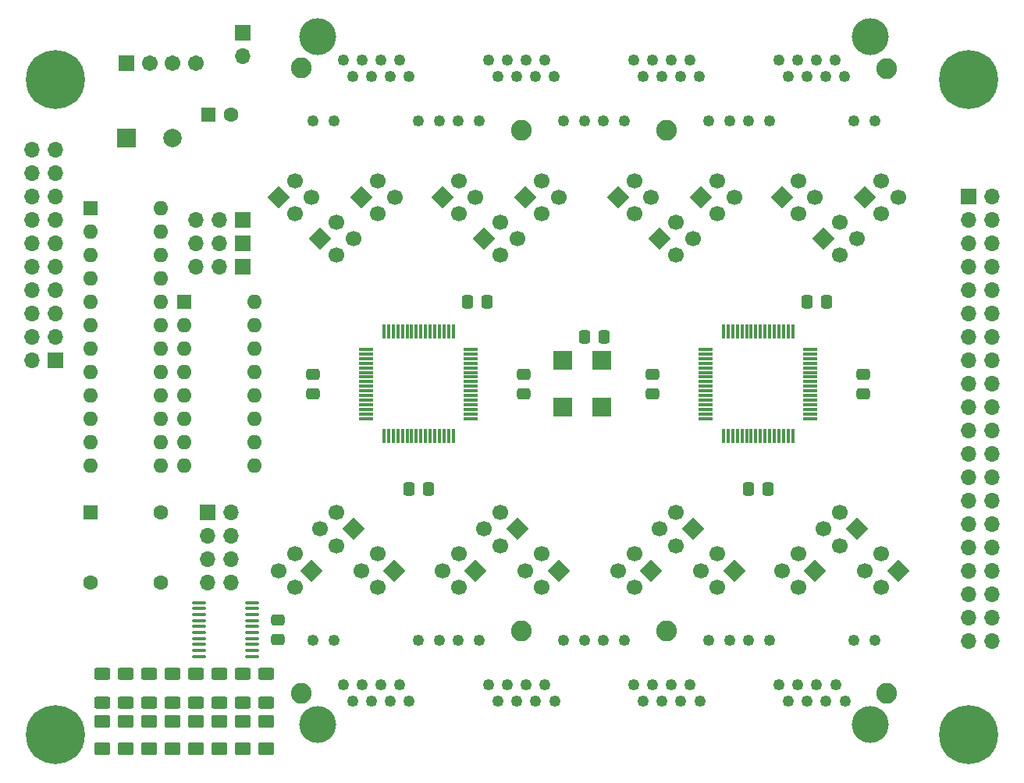
<source format=gts>
G04 #@! TF.GenerationSoftware,KiCad,Pcbnew,8.0.4*
G04 #@! TF.CreationDate,2025-01-12T21:12:32-06:00*
G04 #@! TF.ProjectId,OctoCom,4f63746f-436f-46d2-9e6b-696361645f70,rev?*
G04 #@! TF.SameCoordinates,Original*
G04 #@! TF.FileFunction,Soldermask,Top*
G04 #@! TF.FilePolarity,Negative*
%FSLAX46Y46*%
G04 Gerber Fmt 4.6, Leading zero omitted, Abs format (unit mm)*
G04 Created by KiCad (PCBNEW 8.0.4) date 2025-01-12 21:12:32*
%MOMM*%
%LPD*%
G01*
G04 APERTURE LIST*
G04 Aperture macros list*
%AMRoundRect*
0 Rectangle with rounded corners*
0 $1 Rounding radius*
0 $2 $3 $4 $5 $6 $7 $8 $9 X,Y pos of 4 corners*
0 Add a 4 corners polygon primitive as box body*
4,1,4,$2,$3,$4,$5,$6,$7,$8,$9,$2,$3,0*
0 Add four circle primitives for the rounded corners*
1,1,$1+$1,$2,$3*
1,1,$1+$1,$4,$5*
1,1,$1+$1,$6,$7*
1,1,$1+$1,$8,$9*
0 Add four rect primitives between the rounded corners*
20,1,$1+$1,$2,$3,$4,$5,0*
20,1,$1+$1,$4,$5,$6,$7,0*
20,1,$1+$1,$6,$7,$8,$9,0*
20,1,$1+$1,$8,$9,$2,$3,0*%
%AMHorizOval*
0 Thick line with rounded ends*
0 $1 width*
0 $2 $3 position (X,Y) of the first rounded end (center of the circle)*
0 $4 $5 position (X,Y) of the second rounded end (center of the circle)*
0 Add line between two ends*
20,1,$1,$2,$3,$4,$5,0*
0 Add two circle primitives to create the rounded ends*
1,1,$1,$2,$3*
1,1,$1,$4,$5*%
%AMRotRect*
0 Rectangle, with rotation*
0 The origin of the aperture is its center*
0 $1 length*
0 $2 width*
0 $3 Rotation angle, in degrees counterclockwise*
0 Add horizontal line*
21,1,$1,$2,0,0,$3*%
G04 Aperture macros list end*
%ADD10RoundRect,0.250000X-0.475000X0.337500X-0.475000X-0.337500X0.475000X-0.337500X0.475000X0.337500X0*%
%ADD11RoundRect,0.100000X-0.637500X-0.100000X0.637500X-0.100000X0.637500X0.100000X-0.637500X0.100000X0*%
%ADD12RoundRect,0.250000X-0.625000X0.400000X-0.625000X-0.400000X0.625000X-0.400000X0.625000X0.400000X0*%
%ADD13RoundRect,0.250001X0.624999X-0.462499X0.624999X0.462499X-0.624999X0.462499X-0.624999X-0.462499X0*%
%ADD14C,1.250000*%
%ADD15C,2.250000*%
%ADD16C,4.000000*%
%ADD17RoundRect,0.250000X-0.337500X-0.475000X0.337500X-0.475000X0.337500X0.475000X-0.337500X0.475000X0*%
%ADD18RotRect,1.700000X1.700000X45.000000*%
%ADD19HorizOval,1.700000X0.000000X0.000000X0.000000X0.000000X0*%
%ADD20RotRect,1.700000X1.700000X225.000000*%
%ADD21HorizOval,1.700000X0.000000X0.000000X0.000000X0.000000X0*%
%ADD22R,1.700000X1.700000*%
%ADD23O,1.700000X1.700000*%
%ADD24RoundRect,0.102000X0.754000X0.754000X-0.754000X0.754000X-0.754000X-0.754000X0.754000X-0.754000X0*%
%ADD25C,1.712000*%
%ADD26C,0.800000*%
%ADD27C,6.400000*%
%ADD28R,1.600000X1.600000*%
%ADD29C,1.600000*%
%ADD30O,1.600000X1.600000*%
%ADD31R,2.000000X2.000000*%
%ADD32C,2.000000*%
%ADD33RoundRect,0.250000X0.337500X0.475000X-0.337500X0.475000X-0.337500X-0.475000X0.337500X-0.475000X0*%
%ADD34RoundRect,0.250000X0.475000X-0.337500X0.475000X0.337500X-0.475000X0.337500X-0.475000X-0.337500X0*%
%ADD35RoundRect,0.075000X-0.700000X-0.075000X0.700000X-0.075000X0.700000X0.075000X-0.700000X0.075000X0*%
%ADD36RoundRect,0.075000X-0.075000X-0.700000X0.075000X-0.700000X0.075000X0.700000X-0.075000X0.700000X0*%
G04 APERTURE END LIST*
D10*
X99060000Y-108182500D03*
X99060000Y-110257500D03*
D11*
X90482500Y-106295000D03*
X90482500Y-106945000D03*
X90482500Y-107595000D03*
X90482500Y-108245000D03*
X90482500Y-108895000D03*
X90482500Y-109545000D03*
X90482500Y-110195000D03*
X90482500Y-110845000D03*
X90482500Y-111495000D03*
X90482500Y-112145000D03*
X96207500Y-112145000D03*
X96207500Y-111495000D03*
X96207500Y-110845000D03*
X96207500Y-110195000D03*
X96207500Y-109545000D03*
X96207500Y-108895000D03*
X96207500Y-108245000D03*
X96207500Y-107595000D03*
X96207500Y-106945000D03*
X96207500Y-106295000D03*
D12*
X80010000Y-114019999D03*
X80010000Y-117120001D03*
X82550000Y-114019999D03*
X82550000Y-117120001D03*
X85089999Y-114019999D03*
X85089999Y-117120001D03*
X87630001Y-114019999D03*
X87630001Y-117120001D03*
X90170000Y-114019999D03*
X90170000Y-117120001D03*
X92710000Y-114019999D03*
X92710000Y-117120001D03*
X95250000Y-114019999D03*
X95250000Y-117120001D03*
X97790000Y-114020000D03*
X97790000Y-117120002D03*
D13*
X80009999Y-122137500D03*
X80009999Y-119162500D03*
X82550000Y-122137500D03*
X82550000Y-119162500D03*
X85090000Y-122137500D03*
X85090000Y-119162500D03*
X87630000Y-122137500D03*
X87630000Y-119162500D03*
X90170000Y-122137500D03*
X90170000Y-119162500D03*
X92710001Y-122137500D03*
X92710001Y-119162500D03*
X95250000Y-122137500D03*
X95250000Y-119162500D03*
X97790000Y-122137500D03*
X97790000Y-119162500D03*
D14*
X113300000Y-117000000D03*
X112280000Y-115220000D03*
X111260000Y-117000000D03*
X110240000Y-115220000D03*
X109220000Y-117000000D03*
X108200000Y-115220000D03*
X107180000Y-117000000D03*
X106160000Y-115220000D03*
X116590000Y-110400000D03*
X114300000Y-110400000D03*
X105160000Y-110400000D03*
X102870000Y-110400000D03*
X129050000Y-117000000D03*
X128030000Y-115220000D03*
X127010000Y-117000000D03*
X125990000Y-115220000D03*
X124970000Y-117000000D03*
X123950000Y-115220000D03*
X122930000Y-117000000D03*
X121910000Y-115220000D03*
X132340000Y-110400000D03*
X130050000Y-110400000D03*
X120910000Y-110400000D03*
X118620000Y-110400000D03*
X144800000Y-117000000D03*
X143780000Y-115220000D03*
X142760000Y-117000000D03*
X141740000Y-115220000D03*
X140720000Y-117000000D03*
X139700000Y-115220000D03*
X138680000Y-117000000D03*
X137660000Y-115220000D03*
X148090000Y-110400000D03*
X145800000Y-110400000D03*
X136660000Y-110400000D03*
X134370000Y-110400000D03*
X160550000Y-117000000D03*
X159530000Y-115220000D03*
X158510000Y-117000000D03*
X157490000Y-115220000D03*
X156470000Y-117000000D03*
X155450000Y-115220000D03*
X154430000Y-117000000D03*
X153410000Y-115220000D03*
X163840000Y-110400000D03*
X161550000Y-110400000D03*
X152410000Y-110400000D03*
X150120000Y-110400000D03*
D15*
X101600000Y-116120000D03*
D16*
X103380000Y-119540000D03*
D15*
X125475000Y-109380000D03*
X141225000Y-109380000D03*
D16*
X163320000Y-119540000D03*
D15*
X165100000Y-116140000D03*
D17*
X156442500Y-73660000D03*
X158517500Y-73660000D03*
D18*
X116903821Y-62293821D03*
D19*
X118699872Y-60497770D03*
X118699872Y-64089872D03*
X120495923Y-62293821D03*
D20*
X111685573Y-102809715D03*
D21*
X109889522Y-104605766D03*
X109889522Y-101013664D03*
X108093471Y-102809715D03*
D20*
X139545923Y-102806179D03*
D21*
X137749872Y-104602230D03*
X137749872Y-101010128D03*
X135953821Y-102806179D03*
D22*
X91440000Y-96520000D03*
D23*
X93980000Y-96520000D03*
X91440000Y-99060000D03*
X93980000Y-99060000D03*
X91440000Y-101600000D03*
X93980000Y-101600000D03*
X91440000Y-104140000D03*
X93980000Y-104140000D03*
D18*
X144934077Y-62293822D03*
D19*
X146730128Y-60497771D03*
X146730128Y-64089873D03*
X148526179Y-62293822D03*
D18*
X140443949Y-66783949D03*
D19*
X142240000Y-64987898D03*
X142240000Y-68580000D03*
X144036051Y-66783949D03*
D24*
X82610000Y-47729999D03*
D25*
X85110000Y-47729999D03*
X87610000Y-47729999D03*
X90110000Y-47729999D03*
D18*
X125884077Y-62293821D03*
D19*
X127680128Y-60497770D03*
X127680128Y-64089872D03*
X129476179Y-62293821D03*
D17*
X119612500Y-73660000D03*
X121687500Y-73660000D03*
D18*
X153733821Y-62293821D03*
D19*
X155529872Y-60497770D03*
X155529872Y-64089872D03*
X157325923Y-62293821D03*
D26*
X171590000Y-49530000D03*
X172292944Y-47832944D03*
X172292944Y-51227056D03*
X173990000Y-47130000D03*
D27*
X173990000Y-49530000D03*
D26*
X173990000Y-51930000D03*
X175687056Y-47832944D03*
X175687056Y-51227056D03*
X176390000Y-49530000D03*
D20*
X124986051Y-98316051D03*
D21*
X123190000Y-100112102D03*
X123190000Y-96520000D03*
X121393949Y-98316051D03*
D20*
X161816051Y-98316051D03*
D21*
X160020000Y-100112102D03*
X160020000Y-96520000D03*
X158223949Y-98316051D03*
D20*
X166306179Y-102806179D03*
D21*
X164510128Y-104602230D03*
X164510128Y-101010128D03*
X162714077Y-102806179D03*
D18*
X103613949Y-66783949D03*
D19*
X105410000Y-64987898D03*
X105410000Y-68580000D03*
X107206051Y-66783949D03*
D18*
X121393949Y-66783949D03*
D19*
X123190000Y-64987898D03*
X123190000Y-68580000D03*
X124986051Y-66783949D03*
D28*
X78740000Y-96520000D03*
D29*
X78740000Y-104140000D03*
X86360000Y-104140000D03*
X86360000Y-96520000D03*
D20*
X144036051Y-98316051D03*
D21*
X142240000Y-100112102D03*
X142240000Y-96520000D03*
X140443949Y-98316051D03*
D18*
X108104077Y-62293821D03*
D19*
X109900128Y-60497770D03*
X109900128Y-64089872D03*
X111696179Y-62293821D03*
D28*
X78740000Y-63500000D03*
D30*
X78740000Y-66040000D03*
X78740000Y-68580000D03*
X78740000Y-71120000D03*
X78740000Y-73660000D03*
X78740000Y-76200000D03*
X78740000Y-78740000D03*
X78740000Y-81280000D03*
X78740000Y-83820000D03*
X78740000Y-86360000D03*
X78740000Y-88900000D03*
X78740000Y-91440000D03*
X86360000Y-91440000D03*
X86360000Y-88900000D03*
X86360000Y-86360000D03*
X86360000Y-83820000D03*
X86360000Y-81280000D03*
X86360000Y-78740000D03*
X86360000Y-76200000D03*
X86360000Y-73660000D03*
X86360000Y-71120000D03*
X86360000Y-68580000D03*
X86360000Y-66040000D03*
X86360000Y-63500000D03*
D26*
X72530000Y-49530000D03*
X73232944Y-47832944D03*
X73232944Y-51227056D03*
X74930000Y-47130000D03*
D27*
X74930000Y-49530000D03*
D26*
X74930000Y-51930000D03*
X76627056Y-47832944D03*
X76627056Y-51227056D03*
X77330000Y-49530000D03*
D10*
X139700000Y-81512500D03*
X139700000Y-83587500D03*
D18*
X162714077Y-62293821D03*
D19*
X164510128Y-60497770D03*
X164510128Y-64089872D03*
X166306179Y-62293821D03*
D31*
X82630000Y-55880000D03*
D32*
X87630000Y-55880000D03*
D20*
X129476179Y-102806178D03*
D21*
X127680128Y-104602229D03*
X127680128Y-101010127D03*
X125884077Y-102806178D03*
D26*
X171590000Y-120650000D03*
X172292944Y-118952944D03*
X172292944Y-122347056D03*
X173990000Y-118250000D03*
D27*
X173990000Y-120650000D03*
D26*
X173990000Y-123050000D03*
X175687056Y-118952944D03*
X175687056Y-122347056D03*
X176390000Y-120650000D03*
D20*
X102715923Y-102806179D03*
D21*
X100919872Y-104602230D03*
X100919872Y-101010128D03*
X99123821Y-102806179D03*
D20*
X148526179Y-102806179D03*
D21*
X146730128Y-104602230D03*
X146730128Y-101010128D03*
X144934077Y-102806179D03*
D10*
X102870000Y-81512500D03*
X102870000Y-83587500D03*
D33*
X134387500Y-77470000D03*
X132312500Y-77470000D03*
D22*
X95235000Y-67310000D03*
D23*
X92695000Y-67310000D03*
X90155001Y-67310000D03*
D26*
X72530000Y-120650000D03*
X73232944Y-118952944D03*
X73232944Y-122347056D03*
X74930000Y-118250000D03*
D27*
X74930000Y-120650000D03*
D26*
X74930000Y-123050000D03*
X76627056Y-118952944D03*
X76627056Y-122347056D03*
X77330000Y-120650000D03*
D20*
X120495923Y-102806179D03*
D21*
X118699872Y-104602230D03*
X118699872Y-101010128D03*
X116903821Y-102806179D03*
D34*
X162560000Y-83587500D03*
X162560000Y-81512500D03*
D17*
X113262500Y-93980000D03*
X115337500Y-93980000D03*
D18*
X135953821Y-62293821D03*
D19*
X137749872Y-60497770D03*
X137749872Y-64089872D03*
X139545923Y-62293821D03*
D34*
X125730000Y-83587500D03*
X125730000Y-81512500D03*
D35*
X145455000Y-78800000D03*
X145455000Y-79300000D03*
X145455000Y-79800000D03*
X145455000Y-80300000D03*
X145455000Y-80800000D03*
X145455000Y-81300000D03*
X145455000Y-81800000D03*
X145455000Y-82300000D03*
X145455000Y-82800000D03*
X145455000Y-83300000D03*
X145455000Y-83800000D03*
X145455000Y-84300000D03*
X145455000Y-84800000D03*
X145455000Y-85300000D03*
X145455000Y-85800000D03*
X145455000Y-86300000D03*
D36*
X147380000Y-88225000D03*
X147880000Y-88225000D03*
X148380000Y-88225000D03*
X148880000Y-88225000D03*
X149380000Y-88225000D03*
X149880000Y-88225000D03*
X150380000Y-88225000D03*
X150880000Y-88225000D03*
X151380000Y-88225000D03*
X151880000Y-88225000D03*
X152380000Y-88225000D03*
X152880000Y-88225000D03*
X153380000Y-88225000D03*
X153880000Y-88225000D03*
X154380000Y-88225000D03*
X154880000Y-88225000D03*
D35*
X156805000Y-86300000D03*
X156805000Y-85800000D03*
X156805000Y-85300000D03*
X156805000Y-84800000D03*
X156805000Y-84300000D03*
X156805000Y-83800000D03*
X156805000Y-83300000D03*
X156805000Y-82800000D03*
X156805000Y-82300000D03*
X156805000Y-81800000D03*
X156805000Y-81300000D03*
X156805000Y-80800000D03*
X156805000Y-80300000D03*
X156805000Y-79800000D03*
X156805000Y-79300000D03*
X156805000Y-78800000D03*
D36*
X154880000Y-76875000D03*
X154380000Y-76875000D03*
X153880000Y-76875000D03*
X153380000Y-76875000D03*
X152880000Y-76875000D03*
X152380000Y-76875000D03*
X151880000Y-76875000D03*
X151380000Y-76875000D03*
X150880000Y-76875000D03*
X150380000Y-76875000D03*
X149880000Y-76875000D03*
X149380000Y-76875000D03*
X148880000Y-76875000D03*
X148380000Y-76875000D03*
X147880000Y-76875000D03*
X147380000Y-76875000D03*
D28*
X88900000Y-73660000D03*
D30*
X88900000Y-76200000D03*
X88900000Y-78740000D03*
X88900000Y-81280000D03*
X88900000Y-83820000D03*
X88900000Y-86360000D03*
X88900000Y-88900000D03*
X88900000Y-91440000D03*
X96520000Y-91440000D03*
X96520000Y-88900000D03*
X96520000Y-86360000D03*
X96520000Y-83820000D03*
X96520000Y-81280000D03*
X96520000Y-78740000D03*
X96520000Y-76200000D03*
X96520000Y-73660000D03*
D18*
X158223949Y-66783949D03*
D19*
X160020000Y-64987898D03*
X160020000Y-68580000D03*
X161816051Y-66783949D03*
D20*
X157325923Y-102806179D03*
D21*
X155529872Y-104602230D03*
X155529872Y-101010128D03*
X153733821Y-102806179D03*
D18*
X99123821Y-62293821D03*
D19*
X100919872Y-60497770D03*
X100919872Y-64089872D03*
X102715923Y-62293821D03*
D31*
X129980000Y-80010000D03*
X129980000Y-85090000D03*
X134180000Y-85090000D03*
X134180000Y-80010000D03*
D22*
X173990000Y-62230000D03*
D23*
X176530000Y-62230000D03*
X173990000Y-64770000D03*
X176530000Y-64770000D03*
X173990000Y-67310000D03*
X176530000Y-67310000D03*
X173990000Y-69850000D03*
X176530000Y-69850000D03*
X173990000Y-72390000D03*
X176530000Y-72390000D03*
X173990000Y-74930000D03*
X176530000Y-74930000D03*
X173990000Y-77470000D03*
X176530000Y-77470000D03*
X173990000Y-80010000D03*
X176530000Y-80010000D03*
X173990000Y-82550000D03*
X176530000Y-82550000D03*
X173990000Y-85090000D03*
X176530000Y-85090000D03*
X173990000Y-87630000D03*
X176530000Y-87630000D03*
X173990000Y-90170000D03*
X176530000Y-90170000D03*
X173990000Y-92710000D03*
X176530000Y-92710000D03*
X173990000Y-95250000D03*
X176530000Y-95250000D03*
X173990000Y-97790000D03*
X176530000Y-97790000D03*
X173990000Y-100330000D03*
X176530000Y-100330000D03*
X173990000Y-102870000D03*
X176530000Y-102870000D03*
X173990000Y-105410000D03*
X176530000Y-105410000D03*
X173990000Y-107950000D03*
X176530000Y-107950000D03*
X173990000Y-110490000D03*
X176530000Y-110490000D03*
D22*
X95250000Y-44450000D03*
D23*
X95250000Y-46990000D03*
D22*
X74930000Y-80010000D03*
D23*
X72390000Y-80010000D03*
X74930000Y-77470000D03*
X72390000Y-77470000D03*
X74930000Y-74930001D03*
X72390000Y-74930000D03*
X74930000Y-72390000D03*
X72390000Y-72390000D03*
X74930000Y-69850000D03*
X72390000Y-69850000D03*
X74930000Y-67310000D03*
X72390000Y-67310000D03*
X74930000Y-64770000D03*
X72390000Y-64770000D03*
X74930000Y-62229999D03*
X72390000Y-62230000D03*
X74930000Y-59690000D03*
X72390000Y-59690000D03*
X74930000Y-57150000D03*
X72390000Y-57150000D03*
D22*
X95235000Y-64770000D03*
D23*
X92695000Y-64770000D03*
X90155001Y-64770000D03*
D22*
X95235000Y-69850000D03*
D23*
X92695000Y-69850000D03*
X90155001Y-69850000D03*
D28*
X91480000Y-53340000D03*
D29*
X93980000Y-53340000D03*
D20*
X107206051Y-98316051D03*
D21*
X105410000Y-100112102D03*
X105410000Y-96520000D03*
X103613949Y-98316051D03*
D35*
X108625000Y-78800000D03*
X108625000Y-79300000D03*
X108625000Y-79800000D03*
X108625000Y-80300000D03*
X108625000Y-80800000D03*
X108625000Y-81300000D03*
X108625000Y-81800000D03*
X108625000Y-82300000D03*
X108625000Y-82800000D03*
X108625000Y-83300000D03*
X108625000Y-83800000D03*
X108625000Y-84300000D03*
X108625000Y-84800000D03*
X108625000Y-85300000D03*
X108625000Y-85800000D03*
X108625000Y-86300000D03*
D36*
X110550000Y-88225000D03*
X111050000Y-88225000D03*
X111550000Y-88225000D03*
X112050000Y-88225000D03*
X112550000Y-88225000D03*
X113050000Y-88225000D03*
X113550000Y-88225000D03*
X114050000Y-88225000D03*
X114550000Y-88225000D03*
X115050000Y-88225000D03*
X115550000Y-88225000D03*
X116050000Y-88225000D03*
X116550000Y-88225000D03*
X117050000Y-88225000D03*
X117550000Y-88225000D03*
X118050000Y-88225000D03*
D35*
X119975000Y-86300000D03*
X119975000Y-85800000D03*
X119975000Y-85300000D03*
X119975000Y-84800000D03*
X119975000Y-84300000D03*
X119975000Y-83800000D03*
X119975000Y-83300000D03*
X119975000Y-82800000D03*
X119975000Y-82300000D03*
X119975000Y-81800000D03*
X119975000Y-81300000D03*
X119975000Y-80800000D03*
X119975000Y-80300000D03*
X119975000Y-79800000D03*
X119975000Y-79300000D03*
X119975000Y-78800000D03*
D36*
X118050000Y-76875000D03*
X117550000Y-76875000D03*
X117050000Y-76875000D03*
X116550000Y-76875000D03*
X116050000Y-76875000D03*
X115550000Y-76875000D03*
X115050000Y-76875000D03*
X114550000Y-76875000D03*
X114050000Y-76875000D03*
X113550000Y-76875000D03*
X113050000Y-76875000D03*
X112550000Y-76875000D03*
X112050000Y-76875000D03*
X111550000Y-76875000D03*
X111050000Y-76875000D03*
X110550000Y-76875000D03*
D17*
X150092500Y-93980000D03*
X152167500Y-93980000D03*
D14*
X153400000Y-47410000D03*
X154420000Y-49190000D03*
X155440000Y-47410000D03*
X156460000Y-49190000D03*
X157480000Y-47410000D03*
X158500000Y-49190000D03*
X159520000Y-47410000D03*
X160540000Y-49190000D03*
X150110000Y-54010000D03*
X152400000Y-54010000D03*
X161540000Y-54010000D03*
X163830000Y-54010000D03*
X137650000Y-47410000D03*
X138670000Y-49190000D03*
X139690000Y-47410000D03*
X140710000Y-49190000D03*
X141730000Y-47410000D03*
X142750000Y-49190000D03*
X143770000Y-47410000D03*
X144790000Y-49190000D03*
X134360000Y-54010000D03*
X136650000Y-54010000D03*
X145790000Y-54010000D03*
X148080000Y-54010000D03*
X121900000Y-47410000D03*
X122920000Y-49190000D03*
X123940000Y-47410000D03*
X124960000Y-49190000D03*
X125980000Y-47410000D03*
X127000000Y-49190000D03*
X128020000Y-47410000D03*
X129040000Y-49190000D03*
X118610000Y-54010000D03*
X120900000Y-54010000D03*
X130040000Y-54010000D03*
X132330000Y-54010000D03*
X106150000Y-47410000D03*
X107170000Y-49190000D03*
X108190000Y-47410000D03*
X109210000Y-49190000D03*
X110230000Y-47410000D03*
X111250000Y-49190000D03*
X112270000Y-47410000D03*
X113290000Y-49190000D03*
X102860000Y-54010000D03*
X105150000Y-54010000D03*
X114290000Y-54010000D03*
X116580000Y-54010000D03*
D15*
X165100000Y-48290000D03*
D16*
X163320000Y-44870000D03*
D15*
X141225000Y-55030000D03*
X125475000Y-55030000D03*
D16*
X103380000Y-44870000D03*
D15*
X101600000Y-48270000D03*
M02*

</source>
